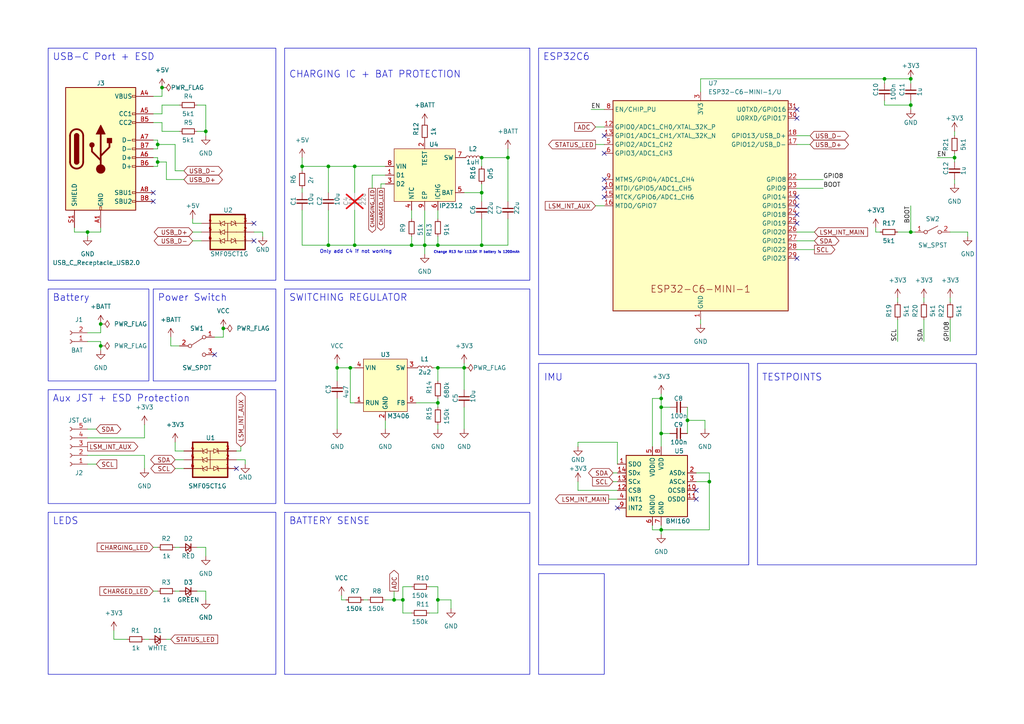
<source format=kicad_sch>
(kicad_sch (version 20231120) (generator "eeschema") (generator_version "8.0")
  (paper "A4")
  (title_block (title "Waifutracker") (date "2024-05-08") (rev "v0.1") (comment 1 "Currently untested!") (comment 2 "Licensed under CERN-OHL-P 2") (comment 3 "Thanks to everyone in the SlimeVR DIY community,"))
  (junction (at 87.63 48.26))
  (junction (at 97.79 106.68))
  (junction (at 127 71.12))
  (junction (at 264.16 30.48))
  (junction (at 276.86 45.72))
  (junction (at 147.32 45.72))
  (junction (at 64.77 95.25))
  (junction (at 46.99 25.4))
  (junction (at 102.87 71.12))
  (junction (at 264.16 67.31))
  (junction (at 191.77 125.73))
  (junction (at 205.74 139.7))
  (junction (at 95.25 71.12))
  (junction (at 116.84 173.99))
  (junction (at 95.25 48.26))
  (junction (at 127 173.99))
  (junction (at 199.39 121.92))
  (junction (at 45.72 46.99))
  (junction (at 59.69 38.1))
  (junction (at 134.62 106.68))
  (junction (at 127 116.84))
  (junction (at 256.54 22.86))
  (junction (at 25.4 67.31))
  (junction (at 29.21 93.98))
  (junction (at 114.3 173.99))
  (junction (at 45.72 41.91))
  (junction (at 101.6 106.68))
  (junction (at 119.38 71.12))
  (junction (at 191.77 115.57))
  (junction (at 29.21 100.33))
  (junction (at 139.7 71.12))
  (junction (at 123.19 71.12))
  (junction (at 139.7 45.72))
  (junction (at 264.16 22.86))
  (junction (at 191.77 153.67))
  (junction (at 127 106.68))
  (junction (at 191.77 118.11))
  (junction (at 102.87 48.26))
  (junction (at 139.7 55.88))
  (no_connect (at 68.58 135.89))
  (no_connect (at 179.07 147.32))
  (no_connect (at 231.14 62.23))
  (no_connect (at 175.26 54.61))
  (no_connect (at 231.14 34.29))
  (no_connect (at 175.26 52.07))
  (no_connect (at 231.14 64.77))
  (no_connect (at 231.14 74.93))
  (no_connect (at 175.26 44.45))
  (no_connect (at 62.23 102.87))
  (no_connect (at 201.93 144.78))
  (no_connect (at 44.45 55.88))
  (no_connect (at 44.45 58.42))
  (no_connect (at 201.93 142.24))
  (no_connect (at 231.14 59.69))
  (no_connect (at 73.66 69.85))
  (no_connect (at 175.26 39.37))
  (no_connect (at 231.14 31.75))
  (no_connect (at 175.26 57.15))
  (no_connect (at 73.66 64.77))
  (no_connect (at 231.14 57.15))
  (wire (pts (xy 59.69 171.45) (xy 59.69 173.99)))
  (wire (pts (xy 73.66 67.31) (xy 76.2 67.31)))
  (wire (pts (xy 167.64 128.27) (xy 167.64 129.54)))
  (wire (pts (xy 147.32 63.5) (xy 147.32 71.12)))
  (wire (pts (xy 127 124.46) (xy 127 123.19)))
  (wire (pts (xy 25.4 67.31) (xy 29.21 67.31)))
  (wire (pts (xy 204.47 121.92) (xy 204.47 124.46)))
  (wire (pts (xy 254 66.04) (xy 254 67.31)))
  (wire (pts (xy 45.72 41.91) (xy 50.8 41.91)))
  (wire (pts (xy 116.84 170.18) (xy 119.38 170.18)))
  (wire (pts (xy 191.77 114.3) (xy 191.77 115.57)))
  (wire (pts (xy 275.59 86.36) (xy 275.59 87.63)))
  (wire (pts (xy 44.45 45.72) (xy 45.72 45.72)))
  (wire (pts (xy 275.59 92.71) (xy 275.59 99.06)))
  (wire (pts (xy 25.4 124.46) (xy 27.94 124.46)))
  (wire (pts (xy 139.7 45.72) (xy 147.32 45.72)))
  (wire (pts (xy 199.39 121.92) (xy 199.39 125.73)))
  (wire (pts (xy 114.3 173.99) (xy 116.84 173.99)))
  (wire (pts (xy 172.72 41.91) (xy 175.26 41.91)))
  (wire (pts (xy 50.8 158.75) (xy 52.07 158.75)))
  (wire (pts (xy 189.23 115.57) (xy 191.77 115.57)))
  (wire (pts (xy 194.31 118.11) (xy 191.77 118.11)))
  (wire (pts (xy 264.16 22.86) (xy 264.16 24.13)))
  (wire (pts (xy 189.23 115.57) (xy 189.23 129.54)))
  (wire (pts (xy 139.7 71.12) (xy 127 71.12)))
  (wire (pts (xy 127 115.57) (xy 127 116.84)))
  (wire (pts (xy 102.87 48.26) (xy 95.25 48.26)))
  (wire (pts (xy 48.26 52.07) (xy 53.34 52.07)))
  (wire (pts (xy 41.91 132.08) (xy 41.91 135.89)))
  (wire (pts (xy 264.16 67.31) (xy 265.43 67.31)))
  (wire (pts (xy 49.53 97.79) (xy 49.53 100.33)))
  (wire (pts (xy 46.99 33.02) (xy 46.99 30.48)))
  (wire (pts (xy 127 116.84) (xy 120.65 116.84)))
  (wire (pts (xy 55.88 67.31) (xy 58.42 67.31)))
  (wire (pts (xy 55.88 64.77) (xy 55.88 63.5)))
  (wire (pts (xy 114.3 171.45) (xy 114.3 173.99)))
  (wire (pts (xy 179.07 142.24) (xy 167.64 142.24)))
  (wire (pts (xy 199.39 118.11) (xy 199.39 121.92)))
  (wire (pts (xy 41.91 185.42) (xy 43.18 185.42)))
  (wire (pts (xy 275.59 67.31) (xy 280.67 67.31)))
  (wire (pts (xy 57.15 171.45) (xy 59.69 171.45)))
  (wire (pts (xy 276.86 45.72) (xy 276.86 46.99)))
  (wire (pts (xy 127 170.18) (xy 127 173.99)))
  (wire (pts (xy 46.99 35.56) (xy 46.99 38.1)))
  (wire (pts (xy 64.77 97.79) (xy 64.77 95.25)))
  (wire (pts (xy 199.39 121.92) (xy 204.47 121.92)))
  (wire (pts (xy 68.58 133.35) (xy 71.12 133.35)))
  (wire (pts (xy 95.25 48.26) (xy 95.25 55.88)))
  (wire (pts (xy 59.69 38.1) (xy 59.69 39.37)))
  (wire (pts (xy 111.76 173.99) (xy 114.3 173.99)))
  (wire (pts (xy 267.97 92.71) (xy 267.97 99.06)))
  (wire (pts (xy 25.4 134.62) (xy 27.94 134.62)))
  (wire (pts (xy 127 110.49) (xy 127 106.68)))
  (wire (pts (xy 172.72 36.83) (xy 175.26 36.83)))
  (wire (pts (xy 231.14 52.07) (xy 238.76 52.07)))
  (wire (pts (xy 139.7 45.72) (xy 139.7 48.26)))
  (wire (pts (xy 45.72 48.26) (xy 44.45 48.26)))
  (wire (pts (xy 97.79 106.68) (xy 97.79 110.49)))
  (wire (pts (xy 29.21 93.98) (xy 29.21 96.52)))
  (wire (pts (xy 127 116.84) (xy 127 118.11)))
  (wire (pts (xy 44.45 27.94) (xy 46.99 27.94)))
  (wire (pts (xy 203.2 22.86) (xy 203.2 26.67)))
  (wire (pts (xy 45.72 45.72) (xy 45.72 46.99)))
  (wire (pts (xy 191.77 153.67) (xy 191.77 154.94)))
  (wire (pts (xy 25.4 67.31) (xy 25.4 68.58)))
  (wire (pts (xy 189.23 153.67) (xy 189.23 152.4)))
  (wire (pts (xy 87.63 54.61) (xy 87.63 55.88)))
  (wire (pts (xy 127 177.8) (xy 124.46 177.8)))
  (wire (pts (xy 130.81 173.99) (xy 130.81 176.53)))
  (wire (pts (xy 231.14 67.31) (xy 236.22 67.31)))
  (wire (pts (xy 231.14 72.39) (xy 236.22 72.39)))
  (wire (pts (xy 45.72 41.91) (xy 45.72 40.64)))
  (wire (pts (xy 25.4 99.06) (xy 29.21 99.06)))
  (wire (pts (xy 271.78 45.72) (xy 276.86 45.72)))
  (wire (pts (xy 53.34 130.81) (xy 50.8 130.81)))
  (wire (pts (xy 33.02 182.88) (xy 33.02 185.42)))
  (wire (pts (xy 21.59 66.04) (xy 21.59 67.31)))
  (wire (pts (xy 127 106.68) (xy 134.62 106.68)))
  (wire (pts (xy 48.26 185.42) (xy 49.53 185.42)))
  (wire (pts (xy 95.25 71.12) (xy 102.87 71.12)))
  (wire (pts (xy 127 173.99) (xy 127 177.8)))
  (wire (pts (xy 102.87 48.26) (xy 102.87 55.88)))
  (wire (pts (xy 76.2 67.31) (xy 76.2 68.58)))
  (wire (pts (xy 231.14 39.37) (xy 234.95 39.37)))
  (wire (pts (xy 116.84 173.99) (xy 116.84 177.8)))
  (wire (pts (xy 102.87 106.68) (xy 101.6 106.68)))
  (wire (pts (xy 102.87 71.12) (xy 119.38 71.12)))
  (wire (pts (xy 134.62 106.68) (xy 134.62 113.03)))
  (wire (pts (xy 134.62 118.11) (xy 134.62 124.46)))
  (wire (pts (xy 111.76 50.8) (xy 107.95 50.8)))
  (wire (pts (xy 179.07 134.62) (xy 179.07 128.27)))
  (wire (pts (xy 102.87 116.84) (xy 101.6 116.84)))
  (wire (pts (xy 116.84 173.99) (xy 116.84 170.18)))
  (wire (pts (xy 127 173.99) (xy 130.81 173.99)))
  (wire (pts (xy 201.93 139.7) (xy 205.74 139.7)))
  (wire (pts (xy 147.32 45.72) (xy 147.32 58.42)))
  (wire (pts (xy 29.21 100.33) (xy 29.21 101.6)))
  (wire (pts (xy 191.77 115.57) (xy 191.77 118.11)))
  (wire (pts (xy 45.72 158.75) (xy 44.45 158.75)))
  (wire (pts (xy 46.99 38.1) (xy 52.07 38.1)))
  (wire (pts (xy 87.63 60.96) (xy 87.63 71.12)))
  (wire (pts (xy 139.7 55.88) (xy 134.62 55.88)))
  (wire (pts (xy 95.25 60.96) (xy 95.25 71.12)))
  (wire (pts (xy 46.99 25.4) (xy 46.99 27.94)))
  (wire (pts (xy 276.86 44.45) (xy 276.86 45.72)))
  (wire (pts (xy 171.45 31.75) (xy 175.26 31.75)))
  (wire (pts (xy 45.72 43.18) (xy 45.72 41.91)))
  (wire (pts (xy 176.53 144.78) (xy 179.07 144.78)))
  (wire (pts (xy 127 106.68) (xy 125.73 106.68)))
  (wire (pts (xy 205.74 137.16) (xy 205.74 139.7)))
  (wire (pts (xy 205.74 139.7) (xy 205.74 153.67)))
  (wire (pts (xy 71.12 133.35) (xy 71.12 134.62)))
  (wire (pts (xy 87.63 71.12) (xy 95.25 71.12)))
  (wire (pts (xy 172.72 59.69) (xy 175.26 59.69)))
  (wire (pts (xy 147.32 71.12) (xy 139.7 71.12)))
  (wire (pts (xy 102.87 60.96) (xy 102.87 71.12)))
  (wire (pts (xy 45.72 40.64) (xy 44.45 40.64)))
  (wire (pts (xy 111.76 121.92) (xy 111.76 124.46)))
  (wire (pts (xy 139.7 55.88) (xy 139.7 58.42)))
  (wire (pts (xy 123.19 71.12) (xy 123.19 60.96)))
  (wire (pts (xy 59.69 38.1) (xy 57.15 38.1)))
  (wire (pts (xy 260.35 67.31) (xy 264.16 67.31)))
  (wire (pts (xy 59.69 158.75) (xy 59.69 161.29)))
  (wire (pts (xy 99.06 172.72) (xy 99.06 173.99)))
  (wire (pts (xy 127 68.58) (xy 127 71.12)))
  (wire (pts (xy 25.4 96.52) (xy 29.21 96.52)))
  (wire (pts (xy 45.72 46.99) (xy 48.26 46.99)))
  (wire (pts (xy 177.8 139.7) (xy 179.07 139.7)))
  (wire (pts (xy 58.42 64.77) (xy 55.88 64.77)))
  (wire (pts (xy 50.8 128.27) (xy 50.8 130.81)))
  (wire (pts (xy 276.86 52.07) (xy 276.86 53.34)))
  (wire (pts (xy 167.64 139.7) (xy 167.64 142.24)))
  (wire (pts (xy 46.99 30.48) (xy 52.07 30.48)))
  (wire (pts (xy 50.8 49.53) (xy 53.34 49.53)))
  (wire (pts (xy 62.23 97.79) (xy 64.77 97.79)))
  (wire (pts (xy 134.62 105.41) (xy 134.62 106.68)))
  (wire (pts (xy 231.14 41.91) (xy 234.95 41.91)))
  (wire (pts (xy 191.77 125.73) (xy 194.31 125.73)))
  (wire (pts (xy 44.45 43.18) (xy 45.72 43.18)))
  (wire (pts (xy 29.21 67.31) (xy 29.21 66.04)))
  (wire (pts (xy 123.19 71.12) (xy 127 71.12)))
  (wire (pts (xy 267.97 86.36) (xy 267.97 87.63)))
  (wire (pts (xy 191.77 125.73) (xy 191.77 129.54)))
  (wire (pts (xy 205.74 153.67) (xy 191.77 153.67)))
  (wire (pts (xy 123.19 71.12) (xy 123.19 73.66)))
  (wire (pts (xy 139.7 53.34) (xy 139.7 55.88)))
  (wire (pts (xy 107.95 50.8) (xy 107.95 54.61)))
  (wire (pts (xy 116.84 177.8) (xy 119.38 177.8)))
  (wire (pts (xy 48.26 46.99) (xy 48.26 52.07)))
  (wire (pts (xy 29.21 99.06) (xy 29.21 100.33)))
  (wire (pts (xy 255.27 67.31) (xy 254 67.31)))
  (wire (pts (xy 119.38 68.58) (xy 119.38 71.12)))
  (wire (pts (xy 69.85 129.54) (xy 69.85 130.81)))
  (wire (pts (xy 179.07 128.27) (xy 167.64 128.27)))
  (wire (pts (xy 203.2 22.86) (xy 256.54 22.86)))
  (wire (pts (xy 44.45 33.02) (xy 46.99 33.02)))
  (wire (pts (xy 201.93 137.16) (xy 205.74 137.16)))
  (wire (pts (xy 189.23 153.67) (xy 191.77 153.67)))
  (wire (pts (xy 110.49 53.34) (xy 110.49 54.61)))
  (wire (pts (xy 87.63 45.72) (xy 87.63 48.26)))
  (wire (pts (xy 44.45 35.56) (xy 46.99 35.56)))
  (wire (pts (xy 21.59 67.31) (xy 25.4 67.31)))
  (wire (pts (xy 264.16 31.75) (xy 264.16 30.48)))
  (wire (pts (xy 231.14 54.61) (xy 238.76 54.61)))
  (wire (pts (xy 101.6 116.84) (xy 101.6 106.68)))
  (wire (pts (xy 256.54 30.48) (xy 256.54 29.21)))
  (wire (pts (xy 41.91 123.19) (xy 41.91 127)))
  (wire (pts (xy 49.53 100.33) (xy 52.07 100.33)))
  (wire (pts (xy 256.54 24.13) (xy 256.54 22.86)))
  (wire (pts (xy 256.54 30.48) (xy 264.16 30.48)))
  (wire (pts (xy 50.8 41.91) (xy 50.8 49.53)))
  (wire (pts (xy 139.7 63.5) (xy 139.7 71.12)))
  (wire (pts (xy 45.72 171.45) (xy 44.45 171.45)))
  (wire (pts (xy 69.85 130.81) (xy 68.58 130.81)))
  (wire (pts (xy 264.16 29.21) (xy 264.16 30.48)))
  (wire (pts (xy 147.32 43.18) (xy 147.32 45.72)))
  (wire (pts (xy 231.14 69.85) (xy 236.22 69.85)))
  (wire (pts (xy 124.46 170.18) (xy 127 170.18)))
  (wire (pts (xy 127 60.96) (xy 127 63.5)))
  (wire (pts (xy 260.35 86.36) (xy 260.35 87.63)))
  (wire (pts (xy 191.77 118.11) (xy 191.77 125.73)))
  (wire (pts (xy 97.79 105.41) (xy 97.79 106.68)))
  (wire (pts (xy 50.8 171.45) (xy 52.07 171.45)))
  (wire (pts (xy 55.88 69.85) (xy 58.42 69.85)))
  (wire (pts (xy 25.4 127) (xy 41.91 127)))
  (wire (pts (xy 50.8 133.35) (xy 53.34 133.35)))
  (wire (pts (xy 57.15 30.48) (xy 59.69 30.48)))
  (wire (pts (xy 191.77 153.67) (xy 191.77 152.4)))
  (wire (pts (xy 280.67 67.31) (xy 280.67 68.58)))
  (wire (pts (xy 57.15 158.75) (xy 59.69 158.75)))
  (wire (pts (xy 256.54 22.86) (xy 264.16 22.86)))
  (wire (pts (xy 105.41 173.99) (xy 106.68 173.99)))
  (wire (pts (xy 177.8 137.16) (xy 179.07 137.16)))
  (wire (pts (xy 25.4 132.08) (xy 41.91 132.08)))
  (wire (pts (xy 203.2 92.71) (xy 203.2 93.98)))
  (wire (pts (xy 97.79 106.68) (xy 101.6 106.68)))
  (wire (pts (xy 260.35 92.71) (xy 260.35 99.06)))
  (wire (pts (xy 102.87 48.26) (xy 111.76 48.26)))
  (wire (pts (xy 119.38 71.12) (xy 123.19 71.12)))
  (wire (pts (xy 264.16 59.69) (xy 264.16 67.31)))
  (wire (pts (xy 111.76 53.34) (xy 110.49 53.34)))
  (wire (pts (xy 45.72 46.99) (xy 45.72 48.26)))
  (wire (pts (xy 99.06 173.99) (xy 100.33 173.99)))
  (wire (pts (xy 119.38 60.96) (xy 119.38 63.5)))
  (wire (pts (xy 50.8 135.89) (xy 53.34 135.89)))
  (wire (pts (xy 36.83 185.42) (xy 33.02 185.42)))
  (wire (pts (xy 97.79 115.57) (xy 97.79 124.46)))
  (wire (pts (xy 87.63 48.26) (xy 87.63 49.53)))
  (wire (pts (xy 59.69 30.48) (xy 59.69 38.1)))
  (wire (pts (xy 276.86 38.1) (xy 276.86 39.37)))
  (wire (pts (xy 95.25 48.26) (xy 87.63 48.26)))
  (rectangle (start 156.21 166.37) (end 175.26 195.58))
  (rectangle (start 13.97 83.82) (end 43.18 110.49))
  (rectangle (start 156.21 13.97) (end 283.21 102.87))
  (rectangle (start 82.55 148.59) (end 153.67 195.58))
  (rectangle (start 13.97 148.59) (end 80.01 195.58))
  (rectangle (start 13.97 113.03) (end 80.01 146.05))
  (rectangle (start 44.45 83.82) (end 80.01 110.49))
  (rectangle (start 156.21 105.41) (end 217.17 163.83))
  (rectangle (start 219.71 105.41) (end 283.21 163.83))
  (rectangle (start 82.55 13.97) (end 153.67 81.28))
  (rectangle (start 13.97 13.97) (end 80.01 81.28))
  (rectangle (start 82.55 83.82) (end 153.67 146.05))
  (text "Battery\n" (at 15.24 87.63 0) (effects (font (size 2 2)) (justify left bottom)))
  (text "Only add C4 if not working" (at 92.71 73.66 0) (effects (font (size 1 1)) (justify left bottom)))
  (text "SWITCHING REGULATOR\n" (at 83.82 87.63 0) (effects (font (size 2 2)) (justify left bottom)))
  (text "ESP32C6\n" (at 157.48 17.78 0) (effects (font (size 2 2)) (justify left bottom)))
  (text "TESTPOINTS" (at 220.98 110.744 0) (effects (font (size 2 2)) (justify left bottom)))
  (text "USB-C Port + ESD\n" (at 15.24 17.78 0) (effects (font (size 2 2)) (justify left bottom)))
  (text "IMU" (at 157.734 110.744 0) (effects (font (size 2 2)) (justify left bottom)))
  (text "Aux JST + ESD Protection" (at 15.24 116.84 0) (effects (font (size 2 2)) (justify left bottom)))
  (text "BATTERY SENSE" (at 83.82 152.4 0) (effects (font (size 2 2)) (justify left bottom)))
  (text "Change R13 for 112.5K if battery is 1200mAh" (at 125.73 73.66 0) (effects (font (size 0.7 0.7)) (justify left bottom)))
  (text "Power Switch\n" (at 45.72 87.63 0) (effects (font (size 2 2)) (justify left bottom)))
  (text "CHARGING IC + BAT PROTECTION\n" (at 83.82 22.86 0) (effects (font (size 2 2)) (justify left bottom)))
  (text "LEDS\n" (at 15.24 152.4 0) (effects (font (size 2 2)) (justify left bottom)))
  (label "EN" (at 171.45 31.75 0))
  (label "BOOT" (at 238.76 54.61 0))
  (label "SDA" (at 267.97 99.06 90))
  (label "GPIO8" (at 275.59 99.06 90))
  (label "BOOT" (at 264.16 59.69 270))
  (label "EN" (at 271.78 45.72 0))
  (label "SCL" (at 260.35 99.06 90))
  (label "GPIO8" (at 238.76 52.07 0))
  (global_label "SDA" (shape bidirectional) (at 50.8 133.35 180) (property "Intersheetrefs" "${INTERSHEET_REFS}" (effects (hide yes))))
  (global_label "USB_D-" (shape bidirectional) (at 234.95 39.37 0) (property "Intersheetrefs" "${INTERSHEET_REFS}" (effects (hide yes))))
  (global_label "USB_D+" (shape bidirectional) (at 55.88 67.31 180) (property "Intersheetrefs" "${INTERSHEET_REFS}" (effects (hide yes))))
  (global_label "SDA" (shape bidirectional) (at 177.8 137.16 180) (property "Intersheetrefs" "${INTERSHEET_REFS}" (effects (hide yes))))
  (global_label "LSM_INT_AUX" (shape input) (at 172.72 59.69 180) (property "Intersheetrefs" "${INTERSHEET_REFS}" (effects (hide yes))))
  (global_label "CHARGING_LED" (shape output) (at 107.95 54.61 270) (effects (font (size 1 1))) (property "Intersheetrefs" "${INTERSHEET_REFS}" (effects (hide yes))))
  (global_label "LSM_INT_MAIN" (shape output) (at 176.53 144.78 180) (property "Intersheetrefs" "${INTERSHEET_REFS}" (effects (hide yes))))
  (global_label "SCL" (shape input) (at 177.8 139.7 180) (property "Intersheetrefs" "${INTERSHEET_REFS}" (effects (hide yes))))
  (global_label "SDA" (shape bidirectional) (at 27.94 124.46 0) (property "Intersheetrefs" "${INTERSHEET_REFS}" (effects (hide yes))))
  (global_label "USB_D-" (shape bidirectional) (at 55.88 69.85 180) (property "Intersheetrefs" "${INTERSHEET_REFS}" (effects (hide yes))))
  (global_label "USB_D+" (shape bidirectional) (at 53.34 52.07 0) (property "Intersheetrefs" "${INTERSHEET_REFS}" (effects (hide yes))))
  (global_label "LSM_INT_AUX" (shape output) (at 25.4 129.54 0) (property "Intersheetrefs" "${INTERSHEET_REFS}" (effects (hide yes))))
  (global_label "CHARGED_LED" (shape input) (at 44.45 171.45 180) (property "Intersheetrefs" "${INTERSHEET_REFS}" (effects (hide yes))))
  (global_label "SCL" (shape bidirectional) (at 50.8 135.89 180) (property "Intersheetrefs" "${INTERSHEET_REFS}" (effects (hide yes))))
  (global_label "USB_D-" (shape bidirectional) (at 53.34 49.53 0) (property "Intersheetrefs" "${INTERSHEET_REFS}" (effects (hide yes))))
  (global_label "SDA" (shape bidirectional) (at 236.22 69.85 0) (property "Intersheetrefs" "${INTERSHEET_REFS}" (effects (hide yes))))
  (global_label "SCL" (shape input) (at 27.94 134.62 0) (property "Intersheetrefs" "${INTERSHEET_REFS}" (effects (hide yes))))
  (global_label "USB_D+" (shape bidirectional) (at 234.95 41.91 0) (property "Intersheetrefs" "${INTERSHEET_REFS}" (effects (hide yes))))
  (global_label "CHARGING_LED" (shape input) (at 44.45 158.75 180) (property "Intersheetrefs" "${INTERSHEET_REFS}" (effects (hide yes))))
  (global_label "LSM_INT_MAIN" (shape input) (at 236.22 67.31 0) (property "Intersheetrefs" "${INTERSHEET_REFS}" (effects (hide yes))))
  (global_label "LSM_INT_AUX" (shape bidirectional) (at 69.85 129.54 90) (property "Intersheetrefs" "${INTERSHEET_REFS}" (effects (hide yes))))
  (global_label "STATUS_LED" (shape input) (at 49.53 185.42 0) (property "Intersheetrefs" "${INTERSHEET_REFS}" (effects (hide yes))))
  (global_label "STATUS_LED" (shape output) (at 172.72 41.91 180) (property "Intersheetrefs" "${INTERSHEET_REFS}" (effects (hide yes))))
  (global_label "CHARGED_LED" (shape output) (at 110.49 54.61 270) (effects (font (size 1 1))) (property "Intersheetrefs" "${INTERSHEET_REFS}" (effects (hide yes))))
  (global_label "SCL" (shape output) (at 236.22 72.39 0) (property "Intersheetrefs" "${INTERSHEET_REFS}" (effects (hide yes))))
  (global_label "ADC" (shape output) (at 114.3 171.45 90) (property "Intersheetrefs" "${INTERSHEET_REFS}" (effects (hide yes))))
  (global_label "ADC" (shape input) (at 172.72 36.83 180) (property "Intersheetrefs" "${INTERSHEET_REFS}" (effects (hide yes))))
  (symbol (lib_id "CosmicLSM_Symbols:R_Small") (at 48.26 158.75 90) (unit 1)
    (property "Reference" "R2" (at 49.53 156.21 90) (effects (justify left)))
    (property "Value" "1k" (at 49.53 161.29 90) (effects (justify left)))
    (property "Footprint" "Resistor_SMD:R_0603_1608Metric_Pad0.98x0.95mm_HandSolder" (effects (hide yes)))
  )
  (symbol (lib_id "power:GND") (at 59.69 173.99 0) (unit 1)
    (property "Reference" "#PWR013" (effects (hide yes)))
    (property "Value" "GND" (at 59.69 179.07 0))
  )
  (symbol (lib_id "CosmicLSM_Symbols:LED_Small") (at 54.61 171.45 180) (unit 1)
    (property "Reference" "D3" (at 54.61 168.91 0))
    (property "Value" "GREEN" (at 54.61 173.99 0))
    (property "Footprint" "LED_SMD:LED_0603_1608Metric_Pad1.05x0.95mm_HandSolder" (effects (hide yes)))
  )
  (symbol (lib_id "CosmicLSM_Symbols:SMF05CT1G") (at 60.96 133.35 180) (unit 1)
    (property "Reference" "U1" (at 59.69 127 0) (effects (justify right)))
    (property "Value" "SMF05CT1G" (at 54.61 140.97 0) (effects (justify right)))
    (property "Footprint" "Package_TO_SOT_SMD:SOT-363_SC-70-6" (effects (hide yes)))
    (property "Description" "\n12.5V Clamp 8A (8/20µs) Ipp Tvs Diode Surface Mount SC-88/SC70-6/SOT-363\n" (effects (hide yes)))
    (property "MF" "onsemi" (effects (hide yes)))
    (property "DESCRIPTION" "SMF05C Series 7.2 V 100 W 5-Line Transient Voltage Suppressor Array - SC-88" (effects (hide yes)))
    (property "PACKAGE" "SOT-363 ON Semiconductor" (effects (hide yes)))
    (property "PRICE" "None" (effects (hide yes)))
    (property "Package" "SC-88-6 ON Semiconductor" (effects (hide yes)))
    (property "Check_prices" "https://www.snapeda.com/parts/SMF05CT1G/Onsemi/view-part/?ref=eda" (effects (hide yes)))
    (property "STANDARD" "IPC7351B" (effects (hide yes)))
    (property "SnapEDA_Link" "https://www.snapeda.com/parts/SMF05CT1G/Onsemi/view-part/?ref=snap" (effects (hide yes)))
    (property "MP" "SMF05CT1G" (effects (hide yes)))
    (property "Purchase-URL" "https://pricing.snapeda.com/search?q=SMF05CT1G&ref=eda" (effects (hide yes)))
    (property "Availability" "In Stock" (effects (hide yes)))
    (property "Price" "None" (effects (hide yes)))
    (property "MANUFACTURER" "ON Semiconductor" (effects (hide yes)))
  )
  (symbol (lib_id "power:PWR_FLAG") (at 46.99 25.4 270) (unit 1)
    (property "Reference" "#FLG03" (effects (hide yes)))
    (property "Value" "PWR_FLAG" (at 49.53 25.4 90) (effects (justify left)))
  )
  (symbol (lib_id "CosmicLSM_Symbols:IP2312") (at 123.19 33.02 0) (unit 1)
    (property "Reference" "U4" (at 124.46 41.91 0) (effects (justify left)))
    (property "Value" "IP2312" (at 130.81 59.69 0))
    (property "Footprint" "Package_SO:HSOP-8-1EP_3.9x4.9mm_P1.27mm_EP2.41x3.1mm" (effects (hide yes)))
  )
  (symbol (lib_id "power:GND") (at 59.69 161.29 0) (unit 1)
    (property "Reference" "#PWR012" (effects (hide yes)))
    (property "Value" "GND" (at 59.69 166.37 0))
  )
  (symbol (lib_id "power:GND") (at 134.62 124.46 0) (unit 1)
    (property "Reference" "#PWR027" (effects (hide yes)))
    (property "Value" "GND" (at 134.62 129.54 0))
  )
  (symbol (lib_id "CosmicLSM_Symbols:BMI270") (at 191.77 139.7 0) (unit 1)
    (property "Reference" "U5" (at 195.58 130.81 0) (effects (justify left)))
    (property "Value" "BMI160" (at 193.04 151.13 0) (effects (justify left)))
    (property "Footprint" "Package_LGA:Bosch_LGA-14_3x2.5mm_P0.5mm" (effects (hide yes)))
    (property "Datasheet" "https://www.bosch-sensortec.com/media/boschsensortec/downloads/datasheets/bst-bmi160-ds000.pdf" (effects (hide yes)))
  )
  (symbol (lib_id "power:+BATT") (at 123.19 35.56 0) (unit 1)
    (property "Reference" "#PWR022" (effects (hide yes)))
    (property "Value" "+BATT" (at 123.19 30.48 0))
  )
  (symbol (lib_id "power:+3V3") (at 260.35 86.36 0) (unit 1)
    (property "Reference" "#PWR040" (effects (hide yes)))
    (property "Value" "+3V3" (at 260.35 81.28 0))
  )
  (symbol (lib_id "power:+5V") (at 55.88 63.5 0) (unit 1)
    (property "Reference" "#PWR010" (effects (hide yes)))
    (property "Value" "+5V" (at 55.88 59.69 0))
  )
  (symbol (lib_id "CosmicLSM_Symbols:R_Small") (at 260.35 90.17 0) (unit 1)
    (property "Reference" "R19" (at 257.81 90.17 90))
    (property "Value" "5k1" (at 262.89 90.17 90))
    (property "Footprint" "Resistor_SMD:R_0603_1608Metric_Pad0.98x0.95mm_HandSolder" (effects (hide yes)))
  )
  (symbol (lib_id "power:GND") (at 41.91 135.89 0) (unit 1)
    (property "Reference" "#PWR06" (effects (hide yes)))
    (property "Value" "GND" (at 41.91 140.97 0))
  )
  (symbol (lib_id "power:GND") (at 264.16 31.75 0) (unit 1)
    (property "Reference" "#PWR036" (effects (hide yes)))
    (property "Value" "GND" (at 264.16 35.56 0))
  )
  (symbol (lib_id "power:VCC") (at 64.77 95.25 0) (unit 1)
    (property "Reference" "#PWR014" (effects (hide yes)))
    (property "Value" "VCC" (at 64.77 90.17 0))
  )
  (symbol (lib_id "power:+3V3") (at 254 66.04 0) (unit 1)
    (property "Reference" "#PWR037" (effects (hide yes)))
    (property "Value" "+3V3" (at 254 60.96 0))
  )
  (symbol (lib_id "power:GND") (at 71.12 134.62 0) (unit 1)
    (property "Reference" "#PWR015" (effects (hide yes)))
    (property "Value" "GND" (at 71.12 138.43 0))
  )
  (symbol (lib_id "power:+3V3") (at 134.62 105.41 0) (unit 1)
    (property "Reference" "#PWR026" (effects (hide yes)))
    (property "Value" "+3V3" (at 134.62 100.33 0))
  )
  (symbol (lib_id "CosmicLSM_Symbols:LED_Small") (at 45.72 185.42 180) (unit 1)
    (property "Reference" "D1" (at 45.72 182.88 0))
    (property "Value" "WHITE" (at 45.72 187.96 0))
    (property "Footprint" "LED_SMD:LED_0603_1608Metric_Pad1.05x0.95mm_HandSolder" (effects (hide yes)))
  )
  (symbol (lib_id "power:GND") (at 130.81 176.53 0) (unit 1)
    (property "Reference" "#PWR025" (effects (hide yes)))
    (property "Value" "GND" (at 130.81 181.61 0))
  )
  (symbol (lib_id "CosmicLSM_Symbols:R_Small") (at 87.63 52.07 0) (unit 1)
    (property "Reference" "R6" (at 85.09 53.34 90) (effects (justify left)))
    (property "Value" "2r" (at 90.17 53.34 90) (effects (justify left)))
    (property "Footprint" "Resistor_SMD:R_0603_1608Metric_Pad0.98x0.95mm_HandSolder" (effects (hide yes)))
  )
  (symbol (lib_id "power:+BATT") (at 49.53 97.79 0) (unit 1)
    (property "Reference" "#PWR08" (effects (hide yes)))
    (property "Value" "+BATT" (at 49.53 92.71 0))
  )
  (symbol (lib_id "power:+BATT") (at 99.06 172.72 0) (unit 1)
    (property "Reference" "#PWR020" (effects (hide yes)))
    (property "Value" "VCC" (at 99.06 167.64 0))
  )
  (symbol (lib_id "CosmicLSM_Symbols:R_Small") (at 48.26 171.45 90) (unit 1)
    (property "Reference" "R3" (at 49.53 168.91 90) (effects (justify left)))
    (property "Value" "1k" (at 49.53 173.99 90) (effects (justify left)))
    (property "Footprint" "Resistor_SMD:R_0603_1608Metric_Pad0.98x0.95mm_HandSolder" (effects (hide yes)))
  )
  (symbol (lib_id "CosmicLSM_Symbols:R_Small") (at 275.59 90.17 0) (unit 1)
    (property "Reference" "R22" (at 273.05 90.17 90))
    (property "Value" "5k1" (at 278.13 90.17 90))
    (property "Footprint" "Resistor_SMD:R_0603_1608Metric_Pad0.98x0.95mm_HandSolder" (effects (hide yes)))
  )
  (symbol (lib_id "Espressif:ESP32-C6-MINI-1/U") (at 203.2 59.69 0) (unit 1)
    (property "Reference" "U7" (at 205.3941 24.13 0) (effects (justify left)))
    (property "Value" "ESP32-C6-MINI-1/U" (at 205.3941 26.67 0) (effects (justify left)))
    (property "Footprint" "Espressif:ESP32-C6-MINI-1" (effects (hide yes)))
    (property "Datasheet" "https://www.espressif.com/sites/default/files/documentation/esp32-c6-mini-1_datasheet_en.pdf" (effects (hide yes)))
    (property "Description" "ESP32-C6-MINI-1 is a module that supports 2.4 GHz Wi-Fi 6 (802.11 ax), Bluetooth® 5 (LE), Zigbee and Thread (802.15.4)" (effects (hide yes)))
  )
  (symbol (lib_id "power:GND") (at 97.79 124.46 0) (unit 1)
    (property "Reference" "#PWR019" (effects (hide yes)))
    (property "Value" "GND" (at 97.79 129.54 0))
  )
  (symbol (lib_id "CosmicLSM_Symbols:R_Small") (at 127 113.03 0) (unit 1)
    (property "Reference" "R14" (at 124.46 114.3 90) (effects (justify left)))
    (property "Value" "680k" (at 129.54 115.57 90) (effects (justify left)))
    (property "Footprint" "Resistor_SMD:R_0603_1608Metric_Pad0.98x0.95mm_HandSolder" (effects (hide yes)))
  )
  (symbol (lib_id "power:PWR_FLAG") (at 64.77 95.25 270) (unit 1)
    (property "Reference" "#FLG04" (effects (hide yes)))
    (property "Value" "PWR_FLAG" (at 68.58 95.25 90) (effects (justify left)))
  )
  (symbol (lib_id "CosmicLSM_Symbols:USB_C_Receptacle_USB2.0") (at 29.21 43.18 0) (unit 1)
    (property "Reference" "J3" (at 29.21 24.13 0))
    (property "Value" "USB_C_Receptacle_USB2.0" (at 27.94 76.2 0))
    (property "Footprint" "Connector_USB:USB_C_Receptacle_XKB_U262-16XN-4BVC11" (effects (hide yes)))
    (property "Datasheet" "https://www.usb.org/sites/default/files/documents/usb_type-c.zip" (effects (hide yes)))
  )
  (symbol (lib_id "CosmicLSM_Symbols:R_Small") (at 39.37 185.42 90) (unit 1)
    (property "Reference" "R1" (at 40.64 182.88 90) (effects (justify left)))
    (property "Value" "1k" (at 40.64 187.96 90) (effects (justify left)))
    (property "Footprint" "Resistor_SMD:R_0603_1608Metric_Pad0.98x0.95mm_HandSolder" (effects (hide yes)))
  )
  (symbol (lib_id "CosmicLSM_Symbols:R_Small") (at 267.97 90.17 0) (unit 1)
    (property "Reference" "R20" (at 265.43 90.17 90))
    (property "Value" "5k1" (at 270.51 90.17 90))
    (property "Footprint" "Resistor_SMD:R_0603_1608Metric_Pad0.98x0.95mm_HandSolder" (effects (hide yes)))
  )
  (symbol (lib_id "power:+3V3") (at 33.02 182.88 0) (unit 1)
    (property "Reference" "#PWR04" (effects (hide yes)))
    (property "Value" "+3V3" (at 33.02 177.8 0))
  )
  (symbol (lib_id "CosmicLSM_Symbols:C_Small") (at 97.79 113.03 0) (unit 1)
    (property "Reference" "C3" (at 95.25 114.3 90) (effects (justify left)))
    (property "Value" "4u7" (at 100.33 115.57 90) (effects (justify left)))
    (property "Footprint" "Capacitor_SMD:C_0603_1608Metric_Pad1.08x0.95mm_HandSolder" (effects (hide yes)))
  )
  (symbol (lib_id "power:+3V3") (at 50.8 128.27 0) (unit 1)
    (property "Reference" "#PWR09" (effects (hide yes)))
    (property "Value" "+3V3" (at 50.8 123.19 0))
  )
  (symbol (lib_id "CosmicLSM_Symbols:C_Small") (at 147.32 60.96 0) (unit 1)
    (property "Reference" "C7" (at 144.78 62.23 90) (effects (justify left)))
    (property "Value" "22u" (at 149.86 62.23 90) (effects (justify left)))
    (property "Footprint" "Capacitor_SMD:C_0603_1608Metric_Pad1.08x0.95mm_HandSolder" (effects (hide yes)))
  )
  (symbol (lib_id "CosmicLSM_Symbols:SMF05CT1G") (at 66.04 67.31 180) (unit 1)
    (property "Reference" "U2" (at 64.77 60.96 0) (effects (justify right)))
    (property "Value" "SMF05CT1G" (at 60.96 73.66 0) (effects (justify right)))
    (property "Footprint" "Package_TO_SOT_SMD:SOT-363_SC-70-6" (effects (hide yes)))
    (property "Description" "\n12.5V Clamp 8A (8/20µs) Ipp Tvs Diode Surface Mount SC-88/SC70-6/SOT-363\n" (effects (hide yes)))
    (property "MF" "onsemi" (effects (hide yes)))
    (property "DESCRIPTION" "SMF05C Series 7.2 V 100 W 5-Line Transient Voltage Suppressor Array - SC-88" (effects (hide yes)))
    (property "PACKAGE" "SOT-363 ON Semiconductor" (effects (hide yes)))
    (property "PRICE" "None" (effects (hide yes)))
    (property "Package" "SC-88-6 ON Semiconductor" (effects (hide yes)))
    (property "Check_prices" "https://www.snapeda.com/parts/SMF05CT1G/Onsemi/view-part/?ref=eda" (effects (hide yes)))
    (property "STANDARD" "IPC7351B" (effects (hide yes)))
    (property "SnapEDA_Link" "https://www.snapeda.com/parts/SMF05CT1G/Onsemi/view-part/?ref=snap" (effects (hide yes)))
    (property "MP" "SMF05CT1G" (effects (hide yes)))
    (property "Purchase-URL" "https://pricing.snapeda.com/search?q=SMF05CT1G&ref=eda" (effects (hide yes)))
    (property "Availability" "In Stock" (effects (hide yes)))
    (property "Price" "None" (effects (hide yes)))
    (property "MANUFACTURER" "ON Semiconductor" (effects (hide yes)))
  )
  (symbol (lib_id "CosmicLSM_Symbols:Conn_01x02_Socket") (at 20.32 96.52 0) (mirror y) (unit 1)
    (property "Reference" "J1" (at 24.13 92.71 0) (effects (justify left)))
    (property "Value" "BAT" (at 24.13 101.6 0) (effects (justify left)))
    (property "Footprint" "Connector_JST:JST_PH_S2B-PH-SM4-TB_1x02-1MP_P2.00mm_Horizontal" (effects (hide yes)))
  )
  (symbol (lib_id "power:+5V") (at 46.99 25.4 0) (unit 1)
    (property "Reference" "#PWR07" (effects (hide yes)))
    (property "Value" "+5V" (at 46.99 20.32 0))
  )
  (symbol (lib_id "power:GND") (at 167.64 129.54 0) (unit 1)
    (property "Reference" "#PWR029" (effects (hide yes)))
    (property "Value" "GND" (at 167.64 133.35 0))
  )
  (symbol (lib_id "power:GND") (at 204.47 124.46 0) (unit 1)
    (property "Reference" "#PWR033" (effects (hide yes)))
    (property "Value" "GND" (at 204.47 129.54 0))
  )
  (symbol (lib_id "CosmicLSM_Symbols:R_Small") (at 276.86 41.91 0) (unit 1)
    (property "Reference" "R21" (at 274.32 41.91 90))
    (property "Value" "5k1" (at 279.4 41.91 90))
    (property "Footprint" "Resistor_SMD:R_0603_1608Metric_Pad0.98x0.95mm_HandSolder" (effects (hide yes)))
  )
  (symbol (lib_id "power:+3V3") (at 264.16 22.86 0) (unit 1)
    (property "Reference" "#PWR035" (effects (hide yes)))
    (property "Value" "+3V3" (at 264.16 19.05 0))
  )
  (symbol (lib_id "power:GND") (at 59.69 39.37 0) (unit 1)
    (property "Reference" "#PWR011" (effects (hide yes)))
    (property "Value" "GND" (at 59.69 44.45 0))
  )
  (symbol (lib_id "power:+3V3") (at 275.59 86.36 0) (unit 1)
    (property "Reference" "#PWR034" (effects (hide yes)))
    (property "Value" "+3V3" (at 275.59 81.28 0))
  )
  (symbol (lib_id "CosmicLSM_Symbols:C_Small") (at 102.87 58.42 0) (unit 1) (dnp yes)
    (property "Reference" "C4" (at 100.33 59.69 90) (effects (justify left)))
    (property "Value" "22u" (at 105.41 59.69 90) (effects (justify left)))
    (property "Footprint" "Capacitor_SMD:C_0603_1608Metric_Pad1.08x0.95mm_HandSolder" (effects (hide yes)))
  )
  (symbol (lib_id "CosmicLSM_Symbols:C_Small") (at 256.54 26.67 0) (unit 1)
    (property "Reference" "C10" (at 254 27.94 90) (effects (justify left)))
    (property "Value" "100n" (at 259.08 29.21 90) (effects (justify left)))
    (property "Footprint" "Capacitor_SMD:C_0603_1608Metric_Pad1.08x0.95mm_HandSolder" (effects (hide yes)))
  )
  (symbol (lib_id "CosmicLSM_Symbols:Conn_01x05_Socket") (at 20.32 129.54 180) (unit 1)
    (property "Reference" "J2" (at 24.13 137.16 0) (effects (justify left)))
    (property "Value" "JST GH" (at 26.67 121.92 0) (effects (justify left)))
    (property "Footprint" "Connector_JST:JST_GH_SM05B-GHS-TB_1x05-1MP_P1.25mm_Horizontal" (effects (hide yes)))
  )
  (symbol (lib_id "power:+3V3") (at 276.86 38.1 0) (unit 1)
    (property "Reference" "#PWR042" (effects (hide yes)))
    (property "Value" "+3V3" (at 276.86 34.29 0))
  )
  (symbol (lib_id "power:GND") (at 280.67 68.58 0) (unit 1)
    (property "Reference" "#PWR039" (effects (hide yes)))
    (property "Value" "GND" (at 280.67 73.66 0))
  )
  (symbol (lib_id "CosmicLSM_Symbols:R_Small") (at 119.38 66.04 180) (unit 1)
    (property "Reference" "R9" (at 116.84 64.77 90) (effects (justify left)))
    (property "Value" "51k" (at 121.92 64.77 90) (effects (justify left)))
    (property "Footprint" "Resistor_SMD:R_0603_1608Metric_Pad0.98x0.95mm_HandSolder" (effects (hide yes)))
  )
  (symbol (lib_id "power:+3V3") (at 41.91 123.19 0) (unit 1)
    (property "Reference" "#PWR05" (effects (hide yes)))
    (property "Value" "+3V3" (at 41.91 118.11 0))
  )
  (symbol (lib_id "CosmicLSM_Symbols:R_Small") (at 123.19 38.1 0) (unit 1)
    (property "Reference" "R12" (at 120.65 39.37 90) (effects (justify left)))
    (property "Value" "1k" (at 125.73 39.37 90) (effects (justify left)))
    (property "Footprint" "Resistor_SMD:R_0603_1608Metric_Pad0.98x0.95mm_HandSolder" (effects (hide yes)))
  )
  (symbol (lib_id "CosmicLSM_Symbols:SW_SPST") (at 270.51 67.31 0) (unit 1)
    (property "Reference" "SW2" (at 270.51 63.5 0))
    (property "Value" "SW_SPST" (at 270.51 71.12 0))
    (property "Footprint" "Button_Switch_SMD:SW_SPST_B3U-1000P" (effects (hide yes)))
  )
  (symbol (lib_id "power:+3V3") (at 167.64 139.7 0) (unit 1)
    (property "Reference" "#PWR030" (effects (hide yes)))
    (property "Value" "+3V3" (at 167.64 135.89 0))
  )
  (symbol (lib_id "CosmicLSM_Symbols:R_Small") (at 127 66.04 180) (unit 1)
    (property "Reference" "R13" (at 124.46 64.77 90) (effects (justify left)))
    (property "Value" "91k" (at 129.54 64.77 90) (effects (justify left)))
    (property "Footprint" "Resistor_SMD:R_0603_1608Metric_Pad0.98x0.95mm_HandSolder" (effects (hide yes)))
  )
  (symbol (lib_id "power:+3V3") (at 267.97 86.36 0) (unit 1)
    (property "Reference" "#PWR041" (effects (hide yes)))
    (property "Value" "+3V3" (at 267.97 81.28 0))
  )
  (symbol (lib_id "CosmicLSM_Symbols:R_Small") (at 127 120.65 0) (unit 1)
    (property "Reference" "R15" (at 124.46 121.92 90) (effects (justify left)))
    (property "Value" "150k" (at 129.54 123.19 90) (effects (justify left)))
    (property "Footprint" "Resistor_SMD:R_0603_1608Metric_Pad0.98x0.95mm_HandSolder" (effects (hide yes)))
  )
  (symbol (lib_id "power:GND") (at 29.21 101.6 0) (unit 1)
    (property "Reference" "#PWR03" (effects (hide yes)))
    (property "Value" "GND" (at 29.21 106.68 0))
  )
  (symbol (lib_id "CosmicLSM_Symbols:R_Small") (at 54.61 38.1 270) (unit 1)
    (property "Reference" "R5" (at 54.61 35.56 90))
    (property "Value" "5k1" (at 54.61 40.64 90))
    (property "Footprint" "Resistor_SMD:R_0603_1608Metric_Pad0.98x0.95mm_HandSolder" (effects (hide yes)))
  )
  (symbol (lib_id "power:GND") (at 203.2 93.98 0) (unit 1)
    (property "Reference" "#PWR044" (effects (hide yes)))
    (property "Value" "GND" (at 203.2 99.06 0))
  )
  (symbol (lib_id "CosmicLSM_Symbols:L_Small") (at 123.19 106.68 90) (unit 1)
    (property "Reference" "L1" (at 123.19 104.14 90))
    (property "Value" "2u2" (at 123.19 107.95 90))
    (property "Footprint" "Inductor_SMD:L_0603_1608Metric_Pad1.05x0.95mm_HandSolder" (effects (hide yes)))
  )
  (symbol (lib_id "power:+BATT") (at 29.21 93.98 0) (unit 1)
    (property "Reference" "#PWR02" (effects (hide yes)))
    (property "Value" "+BATT" (at 29.21 88.9 0))
  )
  (symbol (lib_id "CosmicLSM_Symbols:C_Small") (at 264.16 26.67 0) (unit 1)
    (property "Reference" "C11" (at 261.62 27.94 90) (effects (justify left)))
    (property "Value" "1u" (at 266.7 27.94 90) (effects (justify left)))
    (property "Footprint" "Capacitor_SMD:C_0603_1608Metric_Pad1.08x0.95mm_HandSolder" (effects (hide yes)))
  )
  (symbol (lib_id "CosmicLSM_Symbols:R_Small") (at 109.22 173.99 270) (unit 1)
    (property "Reference" "R8" (at 107.95 171.45 90) (effects (justify left)))
    (property "Value" "150k" (at 106.68 176.53 90) (effects (justify left)))
    (property "Footprint" "Resistor_SMD:R_0603_1608Metric_Pad0.98x0.95mm_HandSolder" (effects (hide yes)))
  )
  (symbol (lib_id "power:+BATT") (at 147.32 43.18 0) (unit 1)
    (property "Reference" "#PWR028" (effects (hide yes)))
    (property "Value" "+BATT" (at 147.32 38.1 0))
  )
  (symbol (lib_id "power:GND") (at 76.2 68.58 0) (unit 1)
    (property "Reference" "#PWR016" (effects (hide yes)))
    (property "Value" "GND" (at 76.2 72.39 0))
  )
  (symbol (lib_id "power:GND") (at 123.19 73.66 0) (unit 1)
    (property "Reference" "#PWR023" (effects (hide yes)))
    (property "Value" "GND" (at 123.19 78.74 0))
  )
  (symbol (lib_id "CosmicLSM_Symbols:C_Small") (at 134.62 115.57 0) (unit 1)
    (property "Reference" "C5" (at 132.08 116.84 90) (effects (justify left)))
    (property "Value" "10u" (at 137.16 116.84 90) (effects (justify left)))
    (property "Footprint" "Capacitor_SMD:C_0603_1608Metric_Pad1.08x0.95mm_HandSolder" (effects (hide yes)))
  )
  (symbol (lib_id "power:GND") (at 276.86 53.34 0) (unit 1)
    (property "Reference" "#PWR043" (effects (hide yes)))
    (property "Value" "GND" (at 276.86 58.42 0))
  )
  (symbol (lib_id "CosmicLSM_Symbols:C_Small") (at 196.85 118.11 90) (unit 1)
    (property "Reference" "C8" (at 198.12 115.57 90) (effects (justify left)))
    (property "Value" "100n" (at 199.39 120.65 90) (effects (justify left)))
    (property "Footprint" "Capacitor_SMD:C_0603_1608Metric_Pad1.08x0.95mm_HandSolder" (effects (hide yes)))
  )
  (symbol (lib_id "CosmicLSM_Symbols:R_Small") (at 139.7 50.8 0) (unit 1)
    (property "Reference" "R16" (at 137.16 52.07 90) (effects (justify left)))
    (property "Value" "0r5" (at 142.24 52.07 90) (effects (justify left)))
    (property "Footprint" "Resistor_SMD:R_0603_1608Metric_Pad0.98x0.95mm_HandSolder" (effects (hide yes)))
  )
  (symbol (lib_id "CosmicLSM_Symbols:C_Small") (at 196.85 125.73 90) (unit 1)
    (property "Reference" "C9" (at 198.12 123.19 90) (effects (justify left)))
    (property "Value" "100n" (at 199.39 128.27 90) (effects (justify left)))
    (property "Footprint" "Capacitor_SMD:C_0603_1608Metric_Pad1.08x0.95mm_HandSolder" (effects (hide yes)))
  )
  (symbol (lib_id "power:PWR_FLAG") (at 29.21 100.33 270) (unit 1)
    (property "Reference" "#FLG02" (effects (hide yes)))
    (property "Value" "PWR_FLAG" (at 33.02 100.33 90) (effects (justify left)))
  )
  (symbol (lib_id "power:PWR_FLAG") (at 134.62 106.68 270) (unit 1)
    (property "Reference" "#FLG05" (effects (hide yes)))
    (property "Value" "PWR_FLAG" (at 137.16 106.68 90) (effects (justify left)))
  )
  (symbol (lib_id "power:GND") (at 127 124.46 0) (unit 1)
    (property "Reference" "#PWR024" (effects (hide yes)))
    (property "Value" "GND" (at 127 129.54 0))
  )
  (symbol (lib_id "CosmicLSM_Symbols:R_Small") (at 102.87 173.99 270) (unit 1)
    (property "Reference" "R7" (at 101.6 171.45 90) (effects (justify left)))
    (property "Value" "150k" (at 100.33 176.53 90) (effects (justify left)))
    (property "Footprint" "Resistor_SMD:R_0603_1608Metric_Pad0.98x0.95mm_HandSolder" (effects (hide yes)))
  )
  (symbol (lib_id "power:GND") (at 111.76 124.46 0) (unit 1)
    (property "Reference" "#PWR021" (effects (hide yes)))
    (property "Value" "GND" (at 111.76 129.54 0))
  )
  (symbol (lib_id "power:GND") (at 191.77 154.94 0) (unit 1)
    (property "Reference" "#PWR032" (effects (hide yes)))
    (property "Value" "GND" (at 191.77 160.02 0))
  )
  (symbol (lib_id "CosmicLSM_Symbols:C_Small") (at 95.25 58.42 0) (unit 1)
    (property "Reference" "C2" (at 92.71 59.69 90) (effects (justify left)))
    (property "Value" "10u" (at 97.79 59.69 90) (effects (justify left)))
    (property "Footprint" "Capacitor_SMD:C_0603_1608Metric_Pad1.08x0.95mm_HandSolder" (effects (hide yes)))
  )
  (symbol (lib_id "CosmicLSM_Symbols:C_Small") (at 276.86 49.53 0) (unit 1)
    (property "Reference" "C12" (at 274.32 50.8 90) (effects (justify left)))
    (property "Value" "1u" (at 279.4 50.8 90) (effects (justify left)))
    (property "Footprint" "Capacitor_SMD:C_0603_1608Metric_Pad1.08x0.95mm_HandSolder" (effects (hide yes)))
  )
  (symbol (lib_id "CosmicLSM_Symbols:C_Small") (at 139.7 60.96 0) (unit 1)
    (property "Reference" "C6" (at 137.16 62.23 90) (effects (justify left)))
    (property "Value" "22u" (at 142.24 62.23 90) (effects (justify left)))
    (property "Footprint" "Capacitor_SMD:C_0603_1608Metric_Pad1.08x0.95mm_HandSolder" (effects (hide yes)))
  )
  (symbol (lib_id "CosmicLSM_Symbols:SW_SPDT") (at 57.15 100.33 0) (unit 1)
    (property "Reference" "SW1" (at 57.15 95.25 0))
    (property "Value" "SW_SPDT" (at 57.15 106.68 0))
    (property "Footprint" "Button_Switch_SMD:SW_SPDT_PCM12" (effects (hide yes)))
  )
  (symbol (lib_id "CosmicLSM_Symbols:R_Small") (at 121.92 170.18 270) (unit 1)
    (property "Reference" "R10" (at 120.65 167.64 90) (effects (justify left)))
    (property "Value" "150k" (at 119.38 172.72 90) (effects (justify left)))
    (property "Footprint" "Resistor_SMD:R_0603_1608Metric_Pad0.98x0.95mm_HandSolder" (effects (hide yes)))
  )
  (symbol (lib_id "CosmicLSM_Symbols:R_Small") (at 257.81 67.31 270) (unit 1)
    (property "Reference" "R17" (at 257.81 64.77 90))
    (property "Value" "5k1" (at 257.81 69.85 90))
    (property "Footprint" "Resistor_SMD:R_0603_1608Metric_Pad0.98x0.95mm_HandSolder" (effects (hide yes)))
  )
  (symbol (lib_id "power:GND") (at 25.4 68.58 0) (unit 1)
    (property "Reference" "#PWR01" (effects (hide yes)))
    (property "Value" "GND" (at 25.4 73.66 0))
  )
  (symbol (lib_id "power:+3V3") (at 191.77 114.3 0) (unit 1)
    (property "Reference" "#PWR031" (effects (hide yes)))
    (property "Value" "+3V3" (at 191.77 109.22 0))
  )
  (symbol (lib_id "power:+5V") (at 87.63 45.72 0) (unit 1)
    (property "Reference" "#PWR017" (effects (hide yes)))
    (property "Value" "+5V" (at 87.63 40.64 0))
  )
  (symbol (lib_id "CosmicLSM_Symbols:M3406") (at 111.76 111.76 0) (unit 1)
    (property "Reference" "U3" (at 111.76 102.87 0))
    (property "Value" "M3406" (at 115.57 120.65 0))
    (property "Footprint" "Package_TO_SOT_SMD:SOT-23-5" (effects (hide yes)))
    (property "Datasheet" "https://datasheet.lcsc.com/lcsc/1811151539_XI-AN-Aerosemi-Tech-M3406-ADJ_C83224.pdf" (effects (hide yes)))
    (property "LCSC" "C83224" (effects (hide yes)))
  )
  (symbol (lib_id "CosmicLSM_Symbols:R_Small") (at 54.61 30.48 270) (unit 1)
    (property "Reference" "R4" (at 54.61 27.94 90))
    (property "Value" "5k1" (at 54.61 33.02 90))
    (property "Footprint" "Resistor_SMD:R_0603_1608Metric_Pad0.98x0.95mm_HandSolder" (effects (hide yes)))
  )
  (symbol (lib_id "CosmicLSM_Symbols:LED_Small") (at 54.61 158.75 180) (unit 1)
    (property "Reference" "D2" (at 54.61 156.21 0))
    (property "Value" "RED" (at 54.61 161.29 0))
    (property "Footprint" "LED_SMD:LED_0603_1608Metric_Pad1.05x0.95mm_HandSolder" (effects (hide yes)))
  )
  (symbol (lib_id "power:VCC") (at 97.79 105.41 0) (unit 1)
    (property "Reference" "#PWR018" (effects (hide yes)))
    (property "Value" "VCC" (at 97.79 100.33 0))
  )
  (symbol (lib_id "CosmicLSM_Symbols:R_Small") (at 121.92 177.8 270) (unit 1)
    (property "Reference" "R11" (at 120.65 175.26 90) (effects (justify left)))
    (property "Value" "150k" (at 119.38 180.34 90) (effects (justify left)))
    (property "Footprint" "Resistor_SMD:R_0603_1608Metric_Pad0.98x0.95mm_HandSolder" (effects (hide yes)))
  )
  (symbol (lib_id "power:PWR_FLAG") (at 29.21 93.98 270) (unit 1)
    (property "Reference" "#FLG01" (effects (hide yes)))
    (property "Value" "PWR_FLAG" (at 33.02 93.98 90) (effects (justify left)))
  )
  (symbol (lib_id "CosmicLSM_Symbols:C_Small") (at 87.63 58.42 0) (unit 1)
    (property "Reference" "C1" (at 85.09 59.69 90) (effects (justify left)))
    (property "Value" "10u" (at 90.17 59.69 90) (effects (justify left)))
    (property "Footprint" "Capacitor_SMD:C_0603_1608Metric_Pad1.08x0.95mm_HandSolder" (effects (hide yes)))
  )
  (symbol (lib_id "CosmicLSM_Symbols:L_Small") (at 137.16 45.72 90) (unit 1)
    (property "Reference" "L2" (at 137.16 43.18 90))
    (property "Value" "1uH" (at 137.16 46.99 90))
    (property "Footprint" "Inductor_SMD:L_0805_2012Metric_Pad1.15x1.40mm_HandSolder" (effects (hide yes)))
  )
)
</source>
